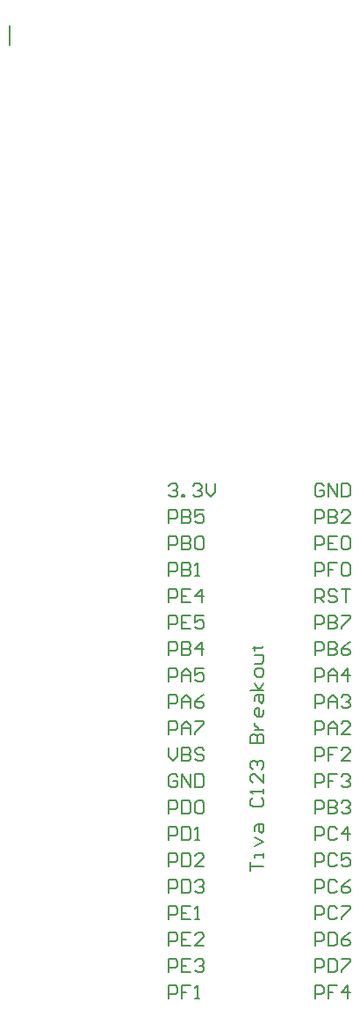
<source format=gto>
G04 Layer_Color=65535*
%FSLAX25Y25*%
%MOIN*%
G70*
G01*
G75*
%ADD10C,0.00800*%
%ADD13C,0.00787*%
D10*
X65500Y260165D02*
X66333Y260998D01*
X67999D01*
X68832Y260165D01*
Y259332D01*
X67999Y258499D01*
X67166D01*
X67999D01*
X68832Y257666D01*
Y256833D01*
X67999Y256000D01*
X66333D01*
X65500Y256833D01*
X70498Y256000D02*
Y256833D01*
X71331D01*
Y256000D01*
X70498D01*
X74664Y260165D02*
X75497Y260998D01*
X77163D01*
X77996Y260165D01*
Y259332D01*
X77163Y258499D01*
X76330D01*
X77163D01*
X77996Y257666D01*
Y256833D01*
X77163Y256000D01*
X75497D01*
X74664Y256833D01*
X79662Y260998D02*
Y257666D01*
X81328Y256000D01*
X82994Y257666D01*
Y260998D01*
X96502Y114500D02*
Y117832D01*
Y116166D01*
X101500D01*
Y119498D02*
Y121165D01*
Y120331D01*
X98168D01*
Y119498D01*
Y123664D02*
X101500Y125330D01*
X98168Y126996D01*
Y129495D02*
Y131161D01*
X99001Y131994D01*
X101500D01*
Y129495D01*
X100667Y128662D01*
X99834Y129495D01*
Y131994D01*
X97335Y141991D02*
X96502Y141158D01*
Y139492D01*
X97335Y138659D01*
X100667D01*
X101500Y139492D01*
Y141158D01*
X100667Y141991D01*
X101500Y143657D02*
Y145323D01*
Y144490D01*
X96502D01*
X97335Y143657D01*
X101500Y151155D02*
Y147822D01*
X98168Y151155D01*
X97335D01*
X96502Y150322D01*
Y148656D01*
X97335Y147822D01*
Y152821D02*
X96502Y153654D01*
Y155320D01*
X97335Y156153D01*
X98168D01*
X99001Y155320D01*
Y154487D01*
Y155320D01*
X99834Y156153D01*
X100667D01*
X101500Y155320D01*
Y153654D01*
X100667Y152821D01*
X96502Y162818D02*
X101500D01*
Y165317D01*
X100667Y166150D01*
X99834D01*
X99001Y165317D01*
Y162818D01*
Y165317D01*
X98168Y166150D01*
X97335D01*
X96502Y165317D01*
Y162818D01*
X98168Y167816D02*
X101500D01*
X99834D01*
X99001Y168649D01*
X98168Y169482D01*
Y170315D01*
X101500Y175314D02*
Y173647D01*
X100667Y172814D01*
X99001D01*
X98168Y173647D01*
Y175314D01*
X99001Y176147D01*
X99834D01*
Y172814D01*
X98168Y178646D02*
Y180312D01*
X99001Y181145D01*
X101500D01*
Y178646D01*
X100667Y177813D01*
X99834Y178646D01*
Y181145D01*
X101500Y182811D02*
X96502D01*
X99834D02*
X98168Y185310D01*
X99834Y182811D02*
X101500Y185310D01*
Y188643D02*
Y190309D01*
X100667Y191142D01*
X99001D01*
X98168Y190309D01*
Y188643D01*
X99001Y187810D01*
X100667D01*
X101500Y188643D01*
X98168Y192808D02*
X100667D01*
X101500Y193641D01*
Y196140D01*
X98168D01*
X97335Y198639D02*
X98168D01*
Y197806D01*
Y199472D01*
Y198639D01*
X100667D01*
X101500Y199472D01*
X65500Y246000D02*
Y250998D01*
X67999D01*
X68832Y250165D01*
Y248499D01*
X67999Y247666D01*
X65500D01*
X70498Y250998D02*
Y246000D01*
X72998D01*
X73831Y246833D01*
Y247666D01*
X72998Y248499D01*
X70498D01*
X72998D01*
X73831Y249332D01*
Y250165D01*
X72998Y250998D01*
X70498D01*
X78829D02*
X75497D01*
Y248499D01*
X77163Y249332D01*
X77996D01*
X78829Y248499D01*
Y246833D01*
X77996Y246000D01*
X76330D01*
X75497Y246833D01*
X65500Y236000D02*
Y240998D01*
X67999D01*
X68832Y240165D01*
Y238499D01*
X67999Y237666D01*
X65500D01*
X70498Y240998D02*
Y236000D01*
X72998D01*
X73831Y236833D01*
Y237666D01*
X72998Y238499D01*
X70498D01*
X72998D01*
X73831Y239332D01*
Y240165D01*
X72998Y240998D01*
X70498D01*
X75497Y240165D02*
X76330Y240998D01*
X77996D01*
X78829Y240165D01*
Y236833D01*
X77996Y236000D01*
X76330D01*
X75497Y236833D01*
Y240165D01*
X65500Y226000D02*
Y230998D01*
X67999D01*
X68832Y230165D01*
Y228499D01*
X67999Y227666D01*
X65500D01*
X70498Y230998D02*
Y226000D01*
X72998D01*
X73831Y226833D01*
Y227666D01*
X72998Y228499D01*
X70498D01*
X72998D01*
X73831Y229332D01*
Y230165D01*
X72998Y230998D01*
X70498D01*
X75497Y226000D02*
X77163D01*
X76330D01*
Y230998D01*
X75497Y230165D01*
X65500Y216000D02*
Y220998D01*
X67999D01*
X68832Y220165D01*
Y218499D01*
X67999Y217666D01*
X65500D01*
X73831Y220998D02*
X70498D01*
Y216000D01*
X73831D01*
X70498Y218499D02*
X72164D01*
X77996Y216000D02*
Y220998D01*
X75497Y218499D01*
X78829D01*
X65500Y206000D02*
Y210998D01*
X67999D01*
X68832Y210165D01*
Y208499D01*
X67999Y207666D01*
X65500D01*
X73831Y210998D02*
X70498D01*
Y206000D01*
X73831D01*
X70498Y208499D02*
X72164D01*
X78829Y210998D02*
X75497D01*
Y208499D01*
X77163Y209332D01*
X77996D01*
X78829Y208499D01*
Y206833D01*
X77996Y206000D01*
X76330D01*
X75497Y206833D01*
X65500Y196000D02*
Y200998D01*
X67999D01*
X68832Y200165D01*
Y198499D01*
X67999Y197666D01*
X65500D01*
X70498Y200998D02*
Y196000D01*
X72998D01*
X73831Y196833D01*
Y197666D01*
X72998Y198499D01*
X70498D01*
X72998D01*
X73831Y199332D01*
Y200165D01*
X72998Y200998D01*
X70498D01*
X77996Y196000D02*
Y200998D01*
X75497Y198499D01*
X78829D01*
X65500Y186000D02*
Y190998D01*
X67999D01*
X68832Y190165D01*
Y188499D01*
X67999Y187666D01*
X65500D01*
X70498Y186000D02*
Y189332D01*
X72164Y190998D01*
X73831Y189332D01*
Y186000D01*
Y188499D01*
X70498D01*
X78829Y190998D02*
X75497D01*
Y188499D01*
X77163Y189332D01*
X77996D01*
X78829Y188499D01*
Y186833D01*
X77996Y186000D01*
X76330D01*
X75497Y186833D01*
X65500Y176000D02*
Y180998D01*
X67999D01*
X68832Y180165D01*
Y178499D01*
X67999Y177666D01*
X65500D01*
X70498Y176000D02*
Y179332D01*
X72164Y180998D01*
X73831Y179332D01*
Y176000D01*
Y178499D01*
X70498D01*
X78829Y180998D02*
X77163Y180165D01*
X75497Y178499D01*
Y176833D01*
X76330Y176000D01*
X77996D01*
X78829Y176833D01*
Y177666D01*
X77996Y178499D01*
X75497D01*
X65500Y166000D02*
Y170998D01*
X67999D01*
X68832Y170165D01*
Y168499D01*
X67999Y167666D01*
X65500D01*
X70498Y166000D02*
Y169332D01*
X72164Y170998D01*
X73831Y169332D01*
Y166000D01*
Y168499D01*
X70498D01*
X75497Y170998D02*
X78829D01*
Y170165D01*
X75497Y166833D01*
Y166000D01*
X65500Y160998D02*
Y157666D01*
X67166Y156000D01*
X68832Y157666D01*
Y160998D01*
X70498D02*
Y156000D01*
X72998D01*
X73831Y156833D01*
Y157666D01*
X72998Y158499D01*
X70498D01*
X72998D01*
X73831Y159332D01*
Y160165D01*
X72998Y160998D01*
X70498D01*
X78829Y160165D02*
X77996Y160998D01*
X76330D01*
X75497Y160165D01*
Y159332D01*
X76330Y158499D01*
X77996D01*
X78829Y157666D01*
Y156833D01*
X77996Y156000D01*
X76330D01*
X75497Y156833D01*
X68832Y150165D02*
X67999Y150998D01*
X66333D01*
X65500Y150165D01*
Y146833D01*
X66333Y146000D01*
X67999D01*
X68832Y146833D01*
Y148499D01*
X67166D01*
X70498Y146000D02*
Y150998D01*
X73831Y146000D01*
Y150998D01*
X75497D02*
Y146000D01*
X77996D01*
X78829Y146833D01*
Y150165D01*
X77996Y150998D01*
X75497D01*
X65500Y136000D02*
Y140998D01*
X67999D01*
X68832Y140165D01*
Y138499D01*
X67999Y137666D01*
X65500D01*
X70498Y140998D02*
Y136000D01*
X72998D01*
X73831Y136833D01*
Y140165D01*
X72998Y140998D01*
X70498D01*
X75497Y140165D02*
X76330Y140998D01*
X77996D01*
X78829Y140165D01*
Y136833D01*
X77996Y136000D01*
X76330D01*
X75497Y136833D01*
Y140165D01*
X65500Y126000D02*
Y130998D01*
X67999D01*
X68832Y130165D01*
Y128499D01*
X67999Y127666D01*
X65500D01*
X70498Y130998D02*
Y126000D01*
X72998D01*
X73831Y126833D01*
Y130165D01*
X72998Y130998D01*
X70498D01*
X75497Y126000D02*
X77163D01*
X76330D01*
Y130998D01*
X75497Y130165D01*
X65500Y116000D02*
Y120998D01*
X67999D01*
X68832Y120165D01*
Y118499D01*
X67999Y117666D01*
X65500D01*
X70498Y120998D02*
Y116000D01*
X72998D01*
X73831Y116833D01*
Y120165D01*
X72998Y120998D01*
X70498D01*
X78829Y116000D02*
X75497D01*
X78829Y119332D01*
Y120165D01*
X77996Y120998D01*
X76330D01*
X75497Y120165D01*
X65500Y106000D02*
Y110998D01*
X67999D01*
X68832Y110165D01*
Y108499D01*
X67999Y107666D01*
X65500D01*
X70498Y110998D02*
Y106000D01*
X72998D01*
X73831Y106833D01*
Y110165D01*
X72998Y110998D01*
X70498D01*
X75497Y110165D02*
X76330Y110998D01*
X77996D01*
X78829Y110165D01*
Y109332D01*
X77996Y108499D01*
X77163D01*
X77996D01*
X78829Y107666D01*
Y106833D01*
X77996Y106000D01*
X76330D01*
X75497Y106833D01*
X65500Y96000D02*
Y100998D01*
X67999D01*
X68832Y100165D01*
Y98499D01*
X67999Y97666D01*
X65500D01*
X73831Y100998D02*
X70498D01*
Y96000D01*
X73831D01*
X70498Y98499D02*
X72164D01*
X75497Y96000D02*
X77163D01*
X76330D01*
Y100998D01*
X75497Y100165D01*
X65500Y86000D02*
Y90998D01*
X67999D01*
X68832Y90165D01*
Y88499D01*
X67999Y87666D01*
X65500D01*
X73831Y90998D02*
X70498D01*
Y86000D01*
X73831D01*
X70498Y88499D02*
X72164D01*
X78829Y86000D02*
X75497D01*
X78829Y89332D01*
Y90165D01*
X77996Y90998D01*
X76330D01*
X75497Y90165D01*
X65500Y76000D02*
Y80998D01*
X67999D01*
X68832Y80165D01*
Y78499D01*
X67999Y77666D01*
X65500D01*
X73831Y80998D02*
X70498D01*
Y76000D01*
X73831D01*
X70498Y78499D02*
X72164D01*
X75497Y80165D02*
X76330Y80998D01*
X77996D01*
X78829Y80165D01*
Y79332D01*
X77996Y78499D01*
X77163D01*
X77996D01*
X78829Y77666D01*
Y76833D01*
X77996Y76000D01*
X76330D01*
X75497Y76833D01*
X65500Y66000D02*
Y70998D01*
X67999D01*
X68832Y70165D01*
Y68499D01*
X67999Y67666D01*
X65500D01*
X73831Y70998D02*
X70498D01*
Y68499D01*
X72164D01*
X70498D01*
Y66000D01*
X75497D02*
X77163D01*
X76330D01*
Y70998D01*
X75497Y70165D01*
X121000Y66000D02*
Y70998D01*
X123499D01*
X124332Y70165D01*
Y68499D01*
X123499Y67666D01*
X121000D01*
X129331Y70998D02*
X125998D01*
Y68499D01*
X127664D01*
X125998D01*
Y66000D01*
X133496D02*
Y70998D01*
X130997Y68499D01*
X134329D01*
X121000Y76000D02*
Y80998D01*
X123499D01*
X124332Y80165D01*
Y78499D01*
X123499Y77666D01*
X121000D01*
X125998Y80998D02*
Y76000D01*
X128498D01*
X129331Y76833D01*
Y80165D01*
X128498Y80998D01*
X125998D01*
X130997D02*
X134329D01*
Y80165D01*
X130997Y76833D01*
Y76000D01*
X121000Y86000D02*
Y90998D01*
X123499D01*
X124332Y90165D01*
Y88499D01*
X123499Y87666D01*
X121000D01*
X125998Y90998D02*
Y86000D01*
X128498D01*
X129331Y86833D01*
Y90165D01*
X128498Y90998D01*
X125998D01*
X134329D02*
X132663Y90165D01*
X130997Y88499D01*
Y86833D01*
X131830Y86000D01*
X133496D01*
X134329Y86833D01*
Y87666D01*
X133496Y88499D01*
X130997D01*
X121000Y96000D02*
Y100998D01*
X123499D01*
X124332Y100165D01*
Y98499D01*
X123499Y97666D01*
X121000D01*
X129331Y100165D02*
X128498Y100998D01*
X126831D01*
X125998Y100165D01*
Y96833D01*
X126831Y96000D01*
X128498D01*
X129331Y96833D01*
X130997Y100998D02*
X134329D01*
Y100165D01*
X130997Y96833D01*
Y96000D01*
X121000Y106000D02*
Y110998D01*
X123499D01*
X124332Y110165D01*
Y108499D01*
X123499Y107666D01*
X121000D01*
X129331Y110165D02*
X128498Y110998D01*
X126831D01*
X125998Y110165D01*
Y106833D01*
X126831Y106000D01*
X128498D01*
X129331Y106833D01*
X134329Y110998D02*
X132663Y110165D01*
X130997Y108499D01*
Y106833D01*
X131830Y106000D01*
X133496D01*
X134329Y106833D01*
Y107666D01*
X133496Y108499D01*
X130997D01*
X121000Y126000D02*
Y130998D01*
X123499D01*
X124332Y130165D01*
Y128499D01*
X123499Y127666D01*
X121000D01*
X129331Y130165D02*
X128498Y130998D01*
X126831D01*
X125998Y130165D01*
Y126833D01*
X126831Y126000D01*
X128498D01*
X129331Y126833D01*
X133496Y126000D02*
Y130998D01*
X130997Y128499D01*
X134329D01*
X121000Y136000D02*
Y140998D01*
X123499D01*
X124332Y140165D01*
Y138499D01*
X123499Y137666D01*
X121000D01*
X125998Y140998D02*
Y136000D01*
X128498D01*
X129331Y136833D01*
Y137666D01*
X128498Y138499D01*
X125998D01*
X128498D01*
X129331Y139332D01*
Y140165D01*
X128498Y140998D01*
X125998D01*
X130997Y140165D02*
X131830Y140998D01*
X133496D01*
X134329Y140165D01*
Y139332D01*
X133496Y138499D01*
X132663D01*
X133496D01*
X134329Y137666D01*
Y136833D01*
X133496Y136000D01*
X131830D01*
X130997Y136833D01*
X121000Y146000D02*
Y150998D01*
X123499D01*
X124332Y150165D01*
Y148499D01*
X123499Y147666D01*
X121000D01*
X129331Y150998D02*
X125998D01*
Y148499D01*
X127664D01*
X125998D01*
Y146000D01*
X130997Y150165D02*
X131830Y150998D01*
X133496D01*
X134329Y150165D01*
Y149332D01*
X133496Y148499D01*
X132663D01*
X133496D01*
X134329Y147666D01*
Y146833D01*
X133496Y146000D01*
X131830D01*
X130997Y146833D01*
X121000Y156000D02*
Y160998D01*
X123499D01*
X124332Y160165D01*
Y158499D01*
X123499Y157666D01*
X121000D01*
X129331Y160998D02*
X125998D01*
Y158499D01*
X127664D01*
X125998D01*
Y156000D01*
X134329D02*
X130997D01*
X134329Y159332D01*
Y160165D01*
X133496Y160998D01*
X131830D01*
X130997Y160165D01*
X121000Y166000D02*
Y170998D01*
X123499D01*
X124332Y170165D01*
Y168499D01*
X123499Y167666D01*
X121000D01*
X125998Y166000D02*
Y169332D01*
X127664Y170998D01*
X129331Y169332D01*
Y166000D01*
Y168499D01*
X125998D01*
X134329Y166000D02*
X130997D01*
X134329Y169332D01*
Y170165D01*
X133496Y170998D01*
X131830D01*
X130997Y170165D01*
X121000Y176000D02*
Y180998D01*
X123499D01*
X124332Y180165D01*
Y178499D01*
X123499Y177666D01*
X121000D01*
X125998Y176000D02*
Y179332D01*
X127664Y180998D01*
X129331Y179332D01*
Y176000D01*
Y178499D01*
X125998D01*
X130997Y180165D02*
X131830Y180998D01*
X133496D01*
X134329Y180165D01*
Y179332D01*
X133496Y178499D01*
X132663D01*
X133496D01*
X134329Y177666D01*
Y176833D01*
X133496Y176000D01*
X131830D01*
X130997Y176833D01*
X121000Y186000D02*
Y190998D01*
X123499D01*
X124332Y190165D01*
Y188499D01*
X123499Y187666D01*
X121000D01*
X125998Y186000D02*
Y189332D01*
X127664Y190998D01*
X129331Y189332D01*
Y186000D01*
Y188499D01*
X125998D01*
X133496Y186000D02*
Y190998D01*
X130997Y188499D01*
X134329D01*
X121000Y196000D02*
Y200998D01*
X123499D01*
X124332Y200165D01*
Y198499D01*
X123499Y197666D01*
X121000D01*
X125998Y200998D02*
Y196000D01*
X128498D01*
X129331Y196833D01*
Y197666D01*
X128498Y198499D01*
X125998D01*
X128498D01*
X129331Y199332D01*
Y200165D01*
X128498Y200998D01*
X125998D01*
X134329D02*
X132663Y200165D01*
X130997Y198499D01*
Y196833D01*
X131830Y196000D01*
X133496D01*
X134329Y196833D01*
Y197666D01*
X133496Y198499D01*
X130997D01*
X121000Y206000D02*
Y210998D01*
X123499D01*
X124332Y210165D01*
Y208499D01*
X123499Y207666D01*
X121000D01*
X125998Y210998D02*
Y206000D01*
X128498D01*
X129331Y206833D01*
Y207666D01*
X128498Y208499D01*
X125998D01*
X128498D01*
X129331Y209332D01*
Y210165D01*
X128498Y210998D01*
X125998D01*
X130997D02*
X134329D01*
Y210165D01*
X130997Y206833D01*
Y206000D01*
X121000Y216000D02*
Y220998D01*
X123499D01*
X124332Y220165D01*
Y218499D01*
X123499Y217666D01*
X121000D01*
X122666D02*
X124332Y216000D01*
X129331Y220165D02*
X128498Y220998D01*
X126831D01*
X125998Y220165D01*
Y219332D01*
X126831Y218499D01*
X128498D01*
X129331Y217666D01*
Y216833D01*
X128498Y216000D01*
X126831D01*
X125998Y216833D01*
X130997Y220998D02*
X134329D01*
X132663D01*
Y216000D01*
X121000Y226000D02*
Y230998D01*
X123499D01*
X124332Y230165D01*
Y228499D01*
X123499Y227666D01*
X121000D01*
X129331Y230998D02*
X125998D01*
Y228499D01*
X127664D01*
X125998D01*
Y226000D01*
X130997Y230165D02*
X131830Y230998D01*
X133496D01*
X134329Y230165D01*
Y226833D01*
X133496Y226000D01*
X131830D01*
X130997Y226833D01*
Y230165D01*
X121000Y236000D02*
Y240998D01*
X123499D01*
X124332Y240165D01*
Y238499D01*
X123499Y237666D01*
X121000D01*
X129331Y240998D02*
X125998D01*
Y236000D01*
X129331D01*
X125998Y238499D02*
X127664D01*
X130997Y240165D02*
X131830Y240998D01*
X133496D01*
X134329Y240165D01*
Y236833D01*
X133496Y236000D01*
X131830D01*
X130997Y236833D01*
Y240165D01*
X121000Y246000D02*
Y250998D01*
X123499D01*
X124332Y250165D01*
Y248499D01*
X123499Y247666D01*
X121000D01*
X125998Y250998D02*
Y246000D01*
X128498D01*
X129331Y246833D01*
Y247666D01*
X128498Y248499D01*
X125998D01*
X128498D01*
X129331Y249332D01*
Y250165D01*
X128498Y250998D01*
X125998D01*
X134329Y246000D02*
X130997D01*
X134329Y249332D01*
Y250165D01*
X133496Y250998D01*
X131830D01*
X130997Y250165D01*
X124332Y260165D02*
X123499Y260998D01*
X121833D01*
X121000Y260165D01*
Y256833D01*
X121833Y256000D01*
X123499D01*
X124332Y256833D01*
Y258499D01*
X122666D01*
X125998Y256000D02*
Y260998D01*
X129331Y256000D01*
Y260998D01*
X130997D02*
Y256000D01*
X133496D01*
X134329Y256833D01*
Y260165D01*
X133496Y260998D01*
X130997D01*
X121000Y116000D02*
Y120998D01*
X123499D01*
X124332Y120165D01*
Y118499D01*
X123499Y117666D01*
X121000D01*
X129331Y120165D02*
X128498Y120998D01*
X126831D01*
X125998Y120165D01*
Y116833D01*
X126831Y116000D01*
X128498D01*
X129331Y116833D01*
X134329Y120998D02*
X130997D01*
Y118499D01*
X132663Y119332D01*
X133496D01*
X134329Y118499D01*
Y116833D01*
X133496Y116000D01*
X131830D01*
X130997Y116833D01*
D13*
X5000Y427000D02*
Y434500D01*
M02*

</source>
